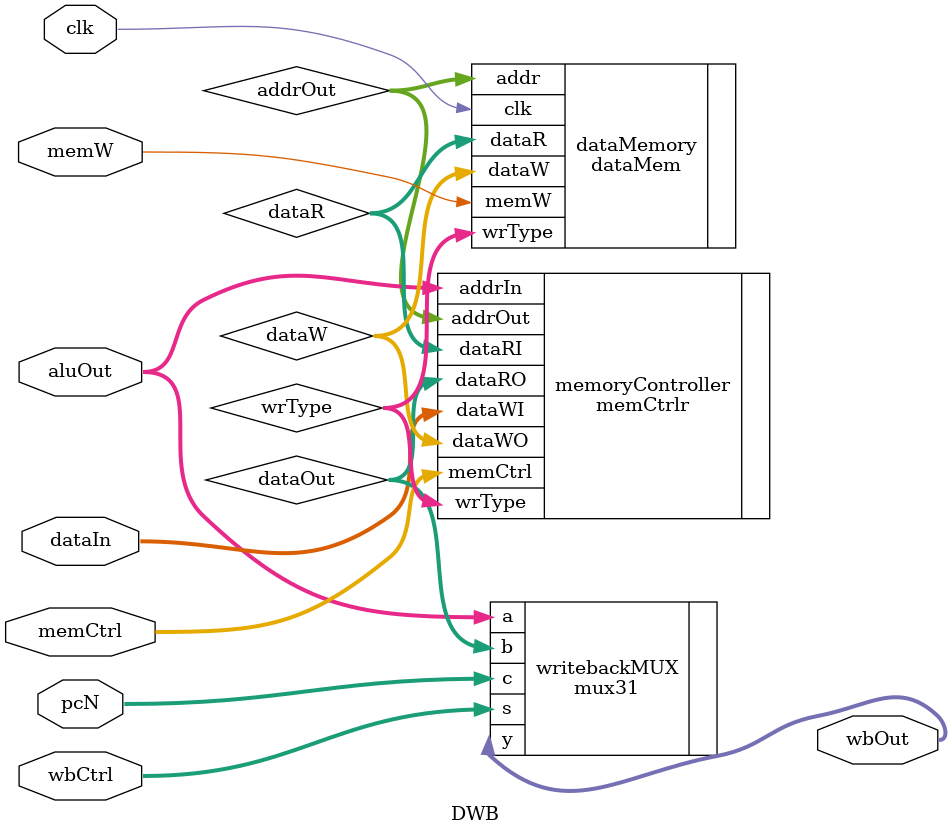
<source format=sv>
module DWB(clk, wbCtrl, memW, memCtrl, pcN, aluOut, dataIn, wbOut);
  input logic clk;
  input logic [1:0] wbCtrl;
  input logic memW;
  input logic [2:0] memCtrl;
  input logic [31:0] pcN;
  inout logic [31:0] aluOut;
  input logic [31:0] dataIn;
  output logic [31:0] wbOut;
  
  logic [11:0] addrOut;
  logic [31:0] dataR, dataW, dataOut;
  logic [3:0] wrType;
  
  memCtrlr #(12) memoryController (.memCtrl(memCtrl), .addrIn(aluOut), .dataRI(dataR), .dataWI(dataIn), 
                                  .dataRO(dataOut), .dataWO(dataW), .addrOut(addrOut), .wrType(wrType)
                                 );
  dataMem #(12) dataMemory (.addr(addrOut), .dataW(dataW), .dataR(dataR), .wrType(wrType), .clk(clk), .memW(memW));
  mux31 #(32) writebackMUX (.a(aluOut), .b(dataOut), .c(pcN), .y(wbOut), .s(wbCtrl)
                           );
endmodule

</source>
